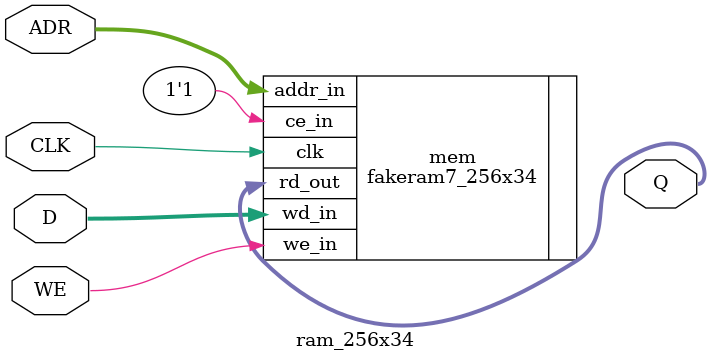
<source format=v>
module ram_2048x39(CLK, ADR, D, Q, WE);
  input CLK, WE;
  input [10:0] ADR;
  input [38:0] D;
  output [38:0] Q;
  wire CLK, WE;
  wire [10:0] ADR;
  wire [38:0] D;
  wire [38:0] Q;

  fakeram7_2048x39 mem (
    .clk      (CLK     ),
    .rd_out   (Q       ),
    .ce_in    (1'b1    ),
    .we_in    (WE      ),
    .addr_in  (ADR     ),
    .wd_in    (D       )
  );


endmodule

module ram_64x21(CLK, ADR, D, Q, WE);
  input CLK, WE;
  input [5:0] ADR;
  input [20:0] D;
  output [20:0] Q;
  wire CLK, WE;
  wire [5:0] ADR;
  wire [20:0] D;
  wire [20:0] Q;

  fakeram7_64x21 mem (
    .clk      (CLK     ),
    .rd_out   (Q       ),
    .ce_in    (1'b1    ),
    .we_in    (WE      ),
    .addr_in  (ADR     ),
    .wd_in    (D       )
  );

endmodule

module ram_256x34(CLK, ADR, D, Q, WE);
  input CLK, WE;
  input [7:0] ADR;
  input [33:0] D;
  output [33:0] Q;
  wire CLK, WE;
  wire [7:0] ADR;
  wire [33:0] D;
  wire [33:0] Q;

  fakeram7_256x34 mem (
    .clk      (CLK     ),
    .rd_out   (Q       ),
    .ce_in    (1'b1    ),
    .we_in    (WE      ),
    .addr_in  (ADR     ),
    .wd_in    (D       )
  );

endmodule

</source>
